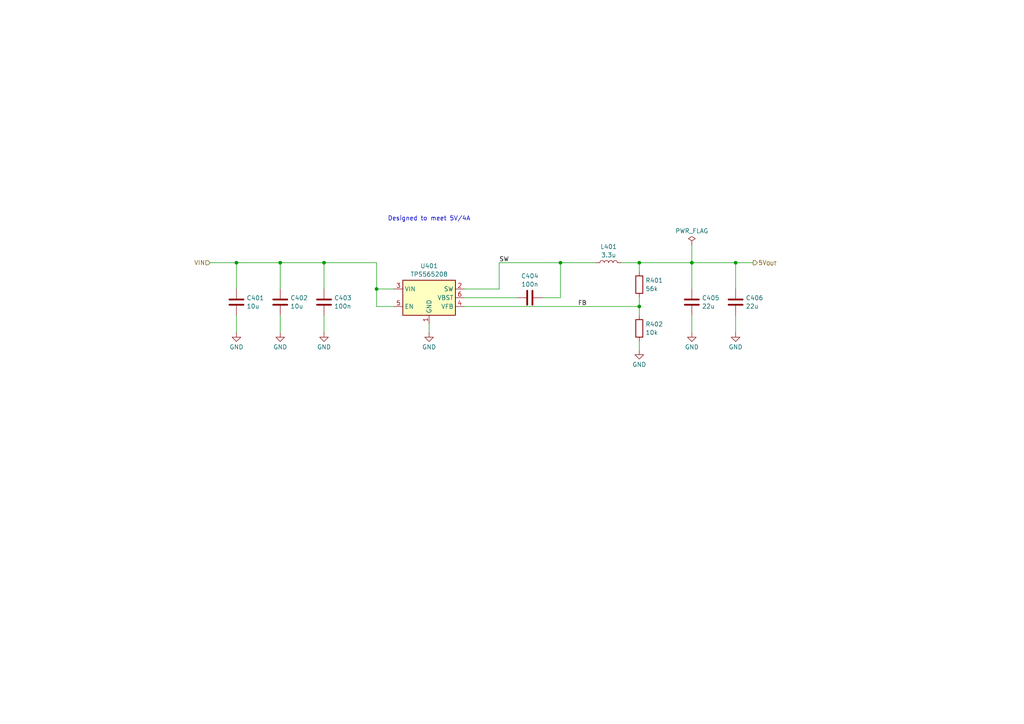
<source format=kicad_sch>
(kicad_sch (version 20231120) (generator "eeschema") (generator_version "8.0")
  (paper "A4")
  (lib_symbols
    (symbol "Device:C" (pin_numbers hide) (pin_names (offset 0.254))
      (property "Reference" "C" (at 0.635 2.54 0))
      (property "Value" "C" (at 0.635 -2.54 0))
      (symbol "C_0_1"
        (polyline (pts (xy -2.032 -0.762) (xy 2.032 -0.762)) (stroke (width 0.508)))
        (polyline (pts (xy -2.032 0.762) (xy 2.032 0.762)) (stroke (width 0.508)))
      )
      (symbol "C_1_1"
        (pin passive line (at 0 3.81 270) (length 2.794) (name "~") (number "1"))
        (pin passive line (at 0 -3.81 90) (length 2.794) (name "~") (number "2"))
      )
    )
    (symbol "Device:L" (pin_numbers hide) (pin_names (offset 1.016) hide)
      (property "Reference" "L" (at -1.27 0 90))
      (property "Value" "L" (at 1.905 0 90))
      (symbol "L_0_1"
        (arc (start 0 -2.54) (mid 0.6323 -1.905) (end 0 -1.27))
        (arc (start 0 -1.27) (mid 0.6323 -0.635) (end 0 0))
        (arc (start 0 0) (mid 0.6323 0.635) (end 0 1.27))
        (arc (start 0 1.27) (mid 0.6323 1.905) (end 0 2.54))
      )
      (symbol "L_1_1"
        (pin passive line (at 0 3.81 270) (length 1.27) (name "1") (number "1"))
        (pin passive line (at 0 -3.81 90) (length 1.27) (name "2") (number "2"))
      )
    )
    (symbol "Device:R" (pin_numbers hide) (pin_names (offset 0))
      (property "Reference" "R" (at 2.032 0 90))
      (property "Value" "R" (at 0 0 90))
      (symbol "R_0_1"
        (rectangle (start -1.016 -2.54) (end 1.016 2.54) (stroke (width 0.254)))
      )
      (symbol "R_1_1"
        (pin passive line (at 0 3.81 270) (length 1.27) (name "~") (number "1"))
        (pin passive line (at 0 -3.81 90) (length 1.27) (name "~") (number "2"))
      )
    )
    (symbol "Regulator_Switching:TPS565208"
      (property "Reference" "U" (at -7.62 6.35 0))
      (property "Value" "TPS565208" (at -2.54 6.35 0))
      (symbol "TPS565208_0_1"
        (rectangle (start -7.62 5.08) (end 7.62 -5.08) (stroke (width 0.254)) (fill (type background)))
      )
      (symbol "TPS565208_1_1"
        (pin power_in line (at 0 -7.62 90) (length 2.54) (name "GND") (number "1"))
        (pin output line (at 10.16 2.54 180) (length 2.54) (name "SW") (number "2"))
        (pin power_in line (at -10.16 2.54 0) (length 2.54) (name "VIN") (number "3"))
        (pin input line (at 10.16 -2.54 180) (length 2.54) (name "VFB") (number "4"))
        (pin input line (at -10.16 -2.54 0) (length 2.54) (name "EN") (number "5"))
        (pin passive line (at 10.16 0 180) (length 2.54) (name "VBST") (number "6"))
      )
    )
    (symbol "power:GND" (power) (pin_numbers hide) (pin_names (offset 0) hide)
      (property "Value" "GND" (at 0 -3.81 0))
      (symbol "GND_0_1"
        (polyline (pts (xy 0 0) (xy 0 -1.27) (xy 1.27 -1.27) (xy 0 -2.54) (xy -1.27 -1.27) (xy 0 -1.27)))
      )
      (symbol "GND_1_1"
        (pin power_in line (at 0 0 270) (length 0) (name "~") (number "1"))
      )
    )
    (symbol "power:PWR_FLAG" (power) (pin_numbers hide) (pin_names (offset 0) hide)
      (property "Value" "PWR_FLAG" (at 0 3.81 0))
      (symbol "PWR_FLAG_0_0"
        (pin power_out line (at 0 0 90) (length 0) (name "~") (number "1"))
      )
      (symbol "PWR_FLAG_0_1"
        (polyline (pts (xy 0 0) (xy 0 1.27) (xy -1.016 1.905) (xy 0 2.54) (xy 1.016 1.905) (xy 0 1.27)))
      )
    )
  )
  (junction (at 185.42 88.9))
  (junction (at 109.22 83.82))
  (junction (at 200.66 76.2))
  (junction (at 68.58 76.2))
  (junction (at 185.42 76.2))
  (junction (at 93.98 76.2))
  (junction (at 213.36 76.2))
  (junction (at 81.28 76.2))
  (junction (at 162.56 76.2))
  (wire (pts (xy 144.78 76.2) (xy 162.56 76.2)))
  (wire (pts (xy 81.28 96.52) (xy 81.28 91.44)))
  (wire (pts (xy 162.56 76.2) (xy 172.72 76.2)))
  (wire (pts (xy 81.28 76.2) (xy 81.28 83.82)))
  (wire (pts (xy 60.96 76.2) (xy 68.58 76.2)))
  (wire (pts (xy 124.46 93.98) (xy 124.46 96.52)))
  (wire (pts (xy 185.42 76.2) (xy 200.66 76.2)))
  (wire (pts (xy 81.28 76.2) (xy 68.58 76.2)))
  (wire (pts (xy 93.98 76.2) (xy 81.28 76.2)))
  (wire (pts (xy 109.22 76.2) (xy 93.98 76.2)))
  (wire (pts (xy 109.22 83.82) (xy 109.22 76.2)))
  (wire (pts (xy 185.42 88.9) (xy 185.42 91.44)))
  (wire (pts (xy 185.42 76.2) (xy 185.42 78.74)))
  (wire (pts (xy 200.66 91.44) (xy 200.66 96.52)))
  (wire (pts (xy 200.66 83.82) (xy 200.66 76.2)))
  (wire (pts (xy 134.62 86.36) (xy 149.86 86.36)))
  (wire (pts (xy 213.36 76.2) (xy 218.44 76.2)))
  (wire (pts (xy 162.56 76.2) (xy 162.56 86.36)))
  (wire (pts (xy 114.3 83.82) (xy 109.22 83.82)))
  (wire (pts (xy 114.3 88.9) (xy 109.22 88.9)))
  (wire (pts (xy 213.36 91.44) (xy 213.36 96.52)))
  (wire (pts (xy 109.22 88.9) (xy 109.22 83.82)))
  (wire (pts (xy 68.58 96.52) (xy 68.58 91.44)))
  (wire (pts (xy 213.36 83.82) (xy 213.36 76.2)))
  (wire (pts (xy 185.42 86.36) (xy 185.42 88.9)))
  (wire (pts (xy 68.58 76.2) (xy 68.58 83.82)))
  (wire (pts (xy 93.98 96.52) (xy 93.98 91.44)))
  (wire (pts (xy 200.66 71.12) (xy 200.66 76.2)))
  (wire (pts (xy 134.62 88.9) (xy 185.42 88.9)))
  (wire (pts (xy 213.36 76.2) (xy 200.66 76.2)))
  (wire (pts (xy 185.42 99.06) (xy 185.42 101.6)))
  (wire (pts (xy 144.78 83.82) (xy 144.78 76.2)))
  (wire (pts (xy 180.34 76.2) (xy 185.42 76.2)))
  (wire (pts (xy 134.62 83.82) (xy 144.78 83.82)))
  (wire (pts (xy 93.98 76.2) (xy 93.98 83.82)))
  (wire (pts (xy 162.56 86.36) (xy 157.48 86.36)))
  (text "Designed to meet 5V/4A" (at 124.46 63.5 0) (effects (font (size 1.27 1.27))))
  (label "FB" (at 170.18 88.9 180))
  (label "SW" (at 144.78 76.2 0))
  (hierarchical_label "VIN" (shape input) (at 60.96 76.2 180))
  (hierarchical_label "5V_{OUT}" (shape output) (at 218.44 76.2 0))
  (symbol (lib_id "Device:L") (at 176.53 76.2 90) (unit 1)
    (property "Reference" "L401" (at 176.53 71.5502 90))
    (property "Value" "3.3u" (at 176.53 73.9745 90))
    (property "Footprint" "Skrooter_footprints:IHLP3232" (effects (hide yes)))
    (property "Description" "IHLP3232DZER3R3M11" (effects (hide yes)))
    (property "LCSC" "C511015" (effects (hide yes)))
    (instances (project "LED_shield" (path "" (reference "L401") (unit 1)) (path "" (reference "L601") (unit 1)) (path "" (reference "L801") (unit 1)) (path "" (reference "L901") (unit 1)) (path "" (reference "L701") (unit 1)) (path "" (reference "L501") (unit 1))))
  )
  (symbol (lib_id "Device:C") (at 81.28 87.63 0) (unit 1)
    (property "Reference" "C402" (at 84.201 86.4178 0) (effects (justify left)))
    (property "Value" "10u" (at 84.201 88.8421 0) (effects (justify left)))
    (property "Footprint" "Capacitor_SMD:C_0805_2012Metric" (effects (hide yes)))
    (property "Description" "Unpolarized capacitor" (effects (hide yes)))
    (property "LCSC" "C440198" (effects (hide yes)))
    (instances (project "LED_shield" (path "" (reference "C402") (unit 1)) (path "" (reference "C602") (unit 1)) (path "" (reference "C802") (unit 1)) (path "" (reference "C902") (unit 1)) (path "" (reference "C702") (unit 1)) (path "" (reference "C502") (unit 1))))
  )
  (symbol (lib_id "Device:R") (at 185.42 82.55 0) (mirror x) (unit 1)
    (property "Reference" "R401" (at 187.198 81.3379 0) (effects (justify left)))
    (property "Value" "56k" (at 187.198 83.7622 0) (effects (justify left)))
    (property "Footprint" "Resistor_SMD:R_0603_1608Metric" (effects (hide yes)))
    (property "Description" "Resistor" (effects (hide yes)))
    (property "LCSC" "C23206" (effects (hide yes)))
    (instances (project "LED_shield" (path "" (reference "R401") (unit 1)) (path "" (reference "R601") (unit 1)) (path "" (reference "R801") (unit 1)) (path "" (reference "R901") (unit 1)) (path "" (reference "R701") (unit 1)) (path "" (reference "R501") (unit 1))))
  )
  (symbol (lib_id "power:GND") (at 200.66 96.52 0) (unit 1)
    (property "Reference" "#PWR0405" (effects (hide yes)))
    (property "Value" "GND" (at 200.66 100.6531 0))
    (property "Description" "Power symbol creates a global label with name \"GND\" , ground" (effects (hide yes)))
    (instances (project "LED_shield" (path "" (reference "#PWR0405") (unit 1)) (path "" (reference "#PWR0605") (unit 1)) (path "" (reference "#PWR0805") (unit 1)) (path "" (reference "#PWR0905") (unit 1)) (path "" (reference "#PWR0705") (unit 1)) (path "" (reference "#PWR0505") (unit 1))))
  )
  (symbol (lib_id "power:GND") (at 213.36 96.52 0) (unit 1)
    (property "Reference" "#PWR0406" (effects (hide yes)))
    (property "Value" "GND" (at 213.36 100.6531 0))
    (property "Description" "Power symbol creates a global label with name \"GND\" , ground" (effects (hide yes)))
    (instances (project "LED_shield" (path "" (reference "#PWR0406") (unit 1)) (path "" (reference "#PWR0606") (unit 1)) (path "" (reference "#PWR0806") (unit 1)) (path "" (reference "#PWR0906") (unit 1)) (path "" (reference "#PWR0706") (unit 1)) (path "" (reference "#PWR0506") (unit 1))))
  )
  (symbol (lib_id "power:GND") (at 68.58 96.52 0) (unit 1)
    (property "Reference" "#PWR0401" (effects (hide yes)))
    (property "Value" "GND" (at 68.58 100.6531 0))
    (property "Description" "Power symbol creates a global label with name \"GND\" , ground" (effects (hide yes)))
    (instances (project "LED_shield" (path "" (reference "#PWR0401") (unit 1)) (path "" (reference "#PWR0601") (unit 1)) (path "" (reference "#PWR0801") (unit 1)) (path "" (reference "#PWR0901") (unit 1)) (path "" (reference "#PWR0701") (unit 1)) (path "" (reference "#PWR0501") (unit 1))))
  )
  (symbol (lib_id "Device:C") (at 153.67 86.36 90) (unit 1)
    (property "Reference" "C404" (at 153.67 80.0565 90))
    (property "Value" "100n" (at 153.67 82.4808 90))
    (property "Footprint" "Capacitor_SMD:C_0402_1005Metric" (effects (hide yes)))
    (property "Description" "Unpolarized capacitor" (effects (hide yes)))
    (property "LCSC" "C1525" (effects (hide yes)))
    (instances (project "LED_shield" (path "" (reference "C404") (unit 1)) (path "" (reference "C604") (unit 1)) (path "" (reference "C804") (unit 1)) (path "" (reference "C904") (unit 1)) (path "" (reference "C704") (unit 1)) (path "" (reference "C504") (unit 1))))
  )
  (symbol (lib_id "Regulator_Switching:TPS565208") (at 124.46 86.36 0) (unit 1)
    (property "Reference" "U401" (at 124.46 77.1355 0))
    (property "Value" "TPS565208" (at 124.46 79.5598 0))
    (property "Footprint" "Package_TO_SOT_SMD:SOT-23-6" (effects (hide yes)))
    (property "Datasheet" "http://www.ti.com/lit/ds/symlink/tps565208.pdf" (effects (hide yes)))
    (property "Description" "5A Synchronous Step-Down Voltage Regulator, Adjustable Output Voltage, 4.5-17V Input Voltage, SOT-23-6" (effects (hide yes)))
    (property "LCSC" "C2650336" (effects (hide yes)))
    (instances (project "LED_shield" (path "" (reference "U401") (unit 1)) (path "" (reference "U601") (unit 1)) (path "" (reference "U801") (unit 1)) (path "" (reference "U901") (unit 1)) (path "" (reference "U701") (unit 1)) (path "" (reference "U501") (unit 1))))
  )
  (symbol (lib_id "power:GND") (at 93.98 96.52 0) (unit 1)
    (property "Reference" "#PWR0403" (effects (hide yes)))
    (property "Value" "GND" (at 93.98 100.6531 0))
    (property "Description" "Power symbol creates a global label with name \"GND\" , ground" (effects (hide yes)))
    (instances (project "LED_shield" (path "" (reference "#PWR0403") (unit 1)) (path "" (reference "#PWR0603") (unit 1)) (path "" (reference "#PWR0803") (unit 1)) (path "" (reference "#PWR0903") (unit 1)) (path "" (reference "#PWR0703") (unit 1)) (path "" (reference "#PWR0503") (unit 1))))
  )
  (symbol (lib_id "power:GND") (at 81.28 96.52 0) (unit 1)
    (property "Reference" "#PWR0402" (effects (hide yes)))
    (property "Value" "GND" (at 81.28 100.6531 0))
    (property "Description" "Power symbol creates a global label with name \"GND\" , ground" (effects (hide yes)))
    (instances (project "LED_shield" (path "" (reference "#PWR0402") (unit 1)) (path "" (reference "#PWR0602") (unit 1)) (path "" (reference "#PWR0802") (unit 1)) (path "" (reference "#PWR0902") (unit 1)) (path "" (reference "#PWR0702") (unit 1)) (path "" (reference "#PWR0502") (unit 1))))
  )
  (symbol (lib_id "power:GND") (at 185.42 101.6 0) (unit 1)
    (property "Reference" "#PWR0404" (effects (hide yes)))
    (property "Value" "GND" (at 185.42 105.7331 0))
    (property "Description" "Power symbol creates a global label with name \"GND\" , ground" (effects (hide yes)))
    (instances (project "LED_shield" (path "" (reference "#PWR0404") (unit 1)) (path "" (reference "#PWR0604") (unit 1)) (path "" (reference "#PWR0804") (unit 1)) (path "" (reference "#PWR0904") (unit 1)) (path "" (reference "#PWR0704") (unit 1)) (path "" (reference "#PWR0504") (unit 1))))
  )
  (symbol (lib_id "Device:C") (at 213.36 87.63 0) (unit 1)
    (property "Reference" "C406" (at 216.281 86.4178 0) (effects (justify left)))
    (property "Value" "22u" (at 216.281 88.8421 0) (effects (justify left)))
    (property "Footprint" "Capacitor_SMD:C_0805_2012Metric" (effects (hide yes)))
    (property "Description" "Unpolarized capacitor" (effects (hide yes)))
    (property "LCSC" "C45783" (effects (hide yes)))
    (instances (project "LED_shield" (path "" (reference "C406") (unit 1)) (path "" (reference "C606") (unit 1)) (path "" (reference "C806") (unit 1)) (path "" (reference "C906") (unit 1)) (path "" (reference "C706") (unit 1)) (path "" (reference "C506") (unit 1))))
  )
  (symbol (lib_id "Device:C") (at 93.98 87.63 180) (unit 1)
    (property "Reference" "C403" (at 96.9009 86.4178 0) (effects (justify right)))
    (property "Value" "100n" (at 96.9009 88.8421 0) (effects (justify right)))
    (property "Footprint" "Capacitor_SMD:C_0603_1608Metric" (effects (hide yes)))
    (property "Description" "Unpolarized capacitor" (effects (hide yes)))
    (property "LCSC" "C14663" (effects (hide yes)))
    (instances (project "LED_shield" (path "" (reference "C403") (unit 1)) (path "" (reference "C603") (unit 1)) (path "" (reference "C803") (unit 1)) (path "" (reference "C903") (unit 1)) (path "" (reference "C703") (unit 1)) (path "" (reference "C503") (unit 1))))
  )
  (symbol (lib_id "Device:C") (at 68.58 87.63 0) (unit 1)
    (property "Reference" "C401" (at 71.501 86.4178 0) (effects (justify left)))
    (property "Value" "10u" (at 71.501 88.8421 0) (effects (justify left)))
    (property "Footprint" "Capacitor_SMD:C_0805_2012Metric" (effects (hide yes)))
    (property "Description" "Unpolarized capacitor" (effects (hide yes)))
    (property "LCSC" "C440198" (effects (hide yes)))
    (instances (project "LED_shield" (path "" (reference "C401") (unit 1)) (path "" (reference "C601") (unit 1)) (path "" (reference "C801") (unit 1)) (path "" (reference "C901") (unit 1)) (path "" (reference "C701") (unit 1)) (path "" (reference "C501") (unit 1))))
  )
  (symbol (lib_id "power:GND") (at 124.46 96.52 0) (unit 1)
    (property "Reference" "#PWR0407" (effects (hide yes)))
    (property "Value" "GND" (at 124.46 100.6531 0))
    (property "Description" "Power symbol creates a global label with name \"GND\" , ground" (effects (hide yes)))
    (instances (project "LED_shield" (path "" (reference "#PWR0407") (unit 1)) (path "" (reference "#PWR0607") (unit 1)) (path "" (reference "#PWR0807") (unit 1)) (path "" (reference "#PWR0907") (unit 1)) (path "" (reference "#PWR0707") (unit 1)) (path "" (reference "#PWR0507") (unit 1))))
  )
  (symbol (lib_id "power:PWR_FLAG") (at 200.66 71.12 0) (unit 1)
    (property "Reference" "#FLG01" (effects (hide yes)))
    (property "Value" "PWR_FLAG" (at 200.66 66.9869 0))
    (property "Description" "Special symbol for telling ERC where power comes from" (effects (hide yes)))
    (instances (project "LED_shield" (path "" (reference "#FLG01") (unit 1)) (path "" (reference "#FLG03") (unit 1)) (path "" (reference "#FLG05") (unit 1)) (path "" (reference "#FLG06") (unit 1)) (path "" (reference "#FLG04") (unit 1)) (path "" (reference "#FLG02") (unit 1))))
  )
  (symbol (lib_id "Device:C") (at 200.66 87.63 0) (unit 1)
    (property "Reference" "C405" (at 203.581 86.4178 0) (effects (justify left)))
    (property "Value" "22u" (at 203.581 88.8421 0) (effects (justify left)))
    (property "Footprint" "Capacitor_SMD:C_0805_2012Metric" (effects (hide yes)))
    (property "Description" "Unpolarized capacitor" (effects (hide yes)))
    (property "LCSC" "C45783" (effects (hide yes)))
    (instances (project "LED_shield" (path "" (reference "C405") (unit 1)) (path "" (reference "C605") (unit 1)) (path "" (reference "C805") (unit 1)) (path "" (reference "C905") (unit 1)) (path "" (reference "C705") (unit 1)) (path "" (reference "C505") (unit 1))))
  )
  (symbol (lib_id "Device:R") (at 185.42 95.25 0) (mirror x) (unit 1)
    (property "Reference" "R402" (at 187.198 94.0379 0) (effects (justify left)))
    (property "Value" "10k" (at 187.198 96.4622 0) (effects (justify left)))
    (property "Footprint" "Resistor_SMD:R_0603_1608Metric" (effects (hide yes)))
    (property "Description" "Resistor" (effects (hide yes)))
    (property "LCSC" "C25197" (effects (hide yes)))
    (instances (project "LED_shield" (path "" (reference "R402") (unit 1)) (path "" (reference "R602") (unit 1)) (path "" (reference "R802") (unit 1)) (path "" (reference "R902") (unit 1)) (path "" (reference "R702") (unit 1)) (path "" (reference "R502") (unit 1))))
  )
)
</source>
